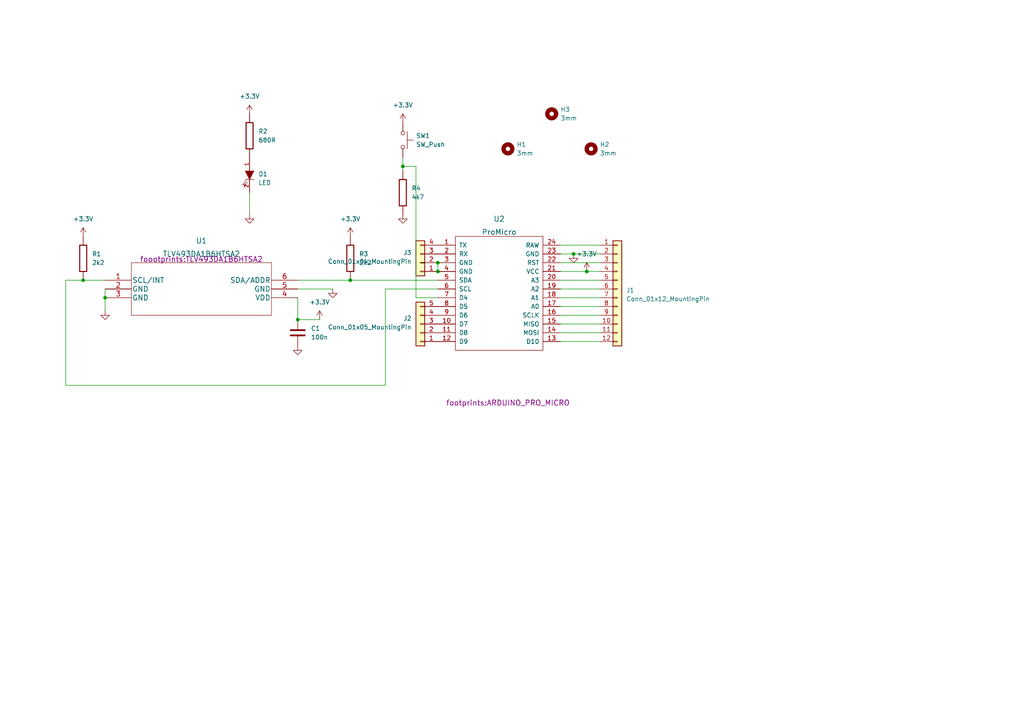
<source format=kicad_sch>
(kicad_sch (version 20211123) (generator eeschema)
  (paper "A4")
  (lib_symbols
    (symbol "2023-03-18_16-34-55:TLV493DA1B6HTSA2" (pin_names (offset 0.254))
      (property "Reference" "U" (at 27.94 10.16 0))
      (property "Value" "TLV493DA1B6HTSA2" (at 27.94 7.62 0))
      (symbol "TLV493DA1B6HTSA2_1_1"
        (polyline (pts (xy 7.62 -10.16) (xy 48.26 -10.16)) (stroke (width 0.127)))
        (polyline (pts (xy 7.62 5.08) (xy 7.62 -10.16)) (stroke (width 0.127)))
        (polyline (pts (xy 48.26 -10.16) (xy 48.26 5.08)) (stroke (width 0.127)))
        (polyline (pts (xy 48.26 5.08) (xy 7.62 5.08)) (stroke (width 0.127)))
        (pin input line (at 0 0 0) (length 7.62) (name "SCL/INT") (number "1"))
        (pin power_in line (at 0 -2.54 0) (length 7.62) (name "GND") (number "2"))
        (pin power_in line (at 0 -5.08 0) (length 7.62) (name "GND") (number "3"))
        (pin power_in line (at 55.88 -5.08 180) (length 7.62) (name "VDD") (number "4"))
        (pin power_in line (at 55.88 -2.54 180) (length 7.62) (name "GND") (number "5"))
        (pin bidirectional line (at 55.88 0 180) (length 7.62) (name "SDA/ADDR") (number "6"))
      )
    )
    (symbol "Connector_Generic:Conn_01x04" (pin_names (offset 1.016) hide)
      (property "Reference" "J" (at 0 5.08 0))
      (property "Value" "Conn_01x04" (at 0 -7.62 0))
      (symbol "Conn_01x04_1_1"
        (rectangle (start -1.27 -4.953) (end 0 -5.207) (stroke (width 0.1524)))
        (rectangle (start -1.27 -2.413) (end 0 -2.667) (stroke (width 0.1524)))
        (rectangle (start -1.27 0.127) (end 0 -0.127) (stroke (width 0.1524)))
        (rectangle (start -1.27 2.667) (end 0 2.413) (stroke (width 0.1524)))
        (rectangle (start -1.27 3.81) (end 1.27 -6.35) (stroke (width 0.254)) (fill (type background)))
        (pin passive line (at -5.08 2.54 0) (length 3.81) (name "Pin_1") (number "1"))
        (pin passive line (at -5.08 0 0) (length 3.81) (name "Pin_2") (number "2"))
        (pin passive line (at -5.08 -2.54 0) (length 3.81) (name "Pin_3") (number "3"))
        (pin passive line (at -5.08 -5.08 0) (length 3.81) (name "Pin_4") (number "4"))
      )
    )
    (symbol "Connector_Generic:Conn_01x05" (pin_names (offset 1.016) hide)
      (property "Reference" "J" (at 0 7.62 0))
      (property "Value" "Conn_01x05" (at 0 -7.62 0))
      (symbol "Conn_01x05_1_1"
        (rectangle (start -1.27 -4.953) (end 0 -5.207) (stroke (width 0.1524)))
        (rectangle (start -1.27 -2.413) (end 0 -2.667) (stroke (width 0.1524)))
        (rectangle (start -1.27 0.127) (end 0 -0.127) (stroke (width 0.1524)))
        (rectangle (start -1.27 2.667) (end 0 2.413) (stroke (width 0.1524)))
        (rectangle (start -1.27 5.207) (end 0 4.953) (stroke (width 0.1524)))
        (rectangle (start -1.27 6.35) (end 1.27 -6.35) (stroke (width 0.254)) (fill (type background)))
        (pin passive line (at -5.08 5.08 0) (length 3.81) (name "Pin_1") (number "1"))
        (pin passive line (at -5.08 2.54 0) (length 3.81) (name "Pin_2") (number "2"))
        (pin passive line (at -5.08 0 0) (length 3.81) (name "Pin_3") (number "3"))
        (pin passive line (at -5.08 -2.54 0) (length 3.81) (name "Pin_4") (number "4"))
        (pin passive line (at -5.08 -5.08 0) (length 3.81) (name "Pin_5") (number "5"))
      )
    )
    (symbol "Connector_Generic:Conn_01x12" (pin_names (offset 1.016) hide)
      (property "Reference" "J" (at 0 15.24 0))
      (property "Value" "Conn_01x12" (at 0 -17.78 0))
      (symbol "Conn_01x12_1_1"
        (rectangle (start -1.27 -15.113) (end 0 -15.367) (stroke (width 0.1524)))
        (rectangle (start -1.27 -12.573) (end 0 -12.827) (stroke (width 0.1524)))
        (rectangle (start -1.27 -10.033) (end 0 -10.287) (stroke (width 0.1524)))
        (rectangle (start -1.27 -7.493) (end 0 -7.747) (stroke (width 0.1524)))
        (rectangle (start -1.27 -4.953) (end 0 -5.207) (stroke (width 0.1524)))
        (rectangle (start -1.27 -2.413) (end 0 -2.667) (stroke (width 0.1524)))
        (rectangle (start -1.27 0.127) (end 0 -0.127) (stroke (width 0.1524)))
        (rectangle (start -1.27 2.667) (end 0 2.413) (stroke (width 0.1524)))
        (rectangle (start -1.27 5.207) (end 0 4.953) (stroke (width 0.1524)))
        (rectangle (start -1.27 7.747) (end 0 7.493) (stroke (width 0.1524)))
        (rectangle (start -1.27 10.287) (end 0 10.033) (stroke (width 0.1524)))
        (rectangle (start -1.27 12.827) (end 0 12.573) (stroke (width 0.1524)))
        (rectangle (start -1.27 13.97) (end 1.27 -16.51) (stroke (width 0.254)) (fill (type background)))
        (pin passive line (at -5.08 12.7 0) (length 3.81) (name "Pin_1") (number "1"))
        (pin passive line (at -5.08 -10.16 0) (length 3.81) (name "Pin_10") (number "10"))
        (pin passive line (at -5.08 -12.7 0) (length 3.81) (name "Pin_11") (number "11"))
        (pin passive line (at -5.08 -15.24 0) (length 3.81) (name "Pin_12") (number "12"))
        (pin passive line (at -5.08 10.16 0) (length 3.81) (name "Pin_2") (number "2"))
        (pin passive line (at -5.08 7.62 0) (length 3.81) (name "Pin_3") (number "3"))
        (pin passive line (at -5.08 5.08 0) (length 3.81) (name "Pin_4") (number "4"))
        (pin passive line (at -5.08 2.54 0) (length 3.81) (name "Pin_5") (number "5"))
        (pin passive line (at -5.08 0 0) (length 3.81) (name "Pin_6") (number "6"))
        (pin passive line (at -5.08 -2.54 0) (length 3.81) (name "Pin_7") (number "7"))
        (pin passive line (at -5.08 -5.08 0) (length 3.81) (name "Pin_8") (number "8"))
        (pin passive line (at -5.08 -7.62 0) (length 3.81) (name "Pin_9") (number "9"))
      )
    )
    (symbol "Device:C" (pin_numbers hide) (pin_names (offset 0.254))
      (property "Reference" "C" (at 0.635 2.54 0))
      (property "Value" "C" (at 0.635 -2.54 0))
      (symbol "C_0_1"
        (polyline (pts (xy -2.032 -0.762) (xy 2.032 -0.762)) (stroke (width 0.508)))
        (polyline (pts (xy -2.032 0.762) (xy 2.032 0.762)) (stroke (width 0.508)))
      )
      (symbol "C_1_1"
        (pin passive line (at 0 3.81 270) (length 2.794) (name "~") (number "1"))
        (pin passive line (at 0 -3.81 90) (length 2.794) (name "~") (number "2"))
      )
    )
    (symbol "Mechanical:MountingHole" (pin_names (offset 1.016))
      (property "Reference" "H" (at 0 5.08 0))
      (property "Value" "MountingHole" (at 0 3.175 0))
      (symbol "MountingHole_0_1"
        (circle (center 0 0) (radius 1.27) (stroke (width 1.27)))
      )
    )
    (symbol "Switch:SW_Push" (pin_numbers hide) (pin_names (offset 1.016) hide)
      (property "Reference" "SW" (at 1.27 2.54 0))
      (property "Value" "SW_Push" (at 0 -1.524 0))
      (symbol "SW_Push_0_1"
        (circle (center -2.032 0) (radius 0.508))
        (polyline (pts (xy 0 1.27) (xy 0 3.048)))
        (polyline (pts (xy 2.54 1.27) (xy -2.54 1.27)))
        (circle (center 2.032 0) (radius 0.508))
        (pin passive line (at -5.08 0 0) (length 2.54) (name "1") (number "1"))
        (pin passive line (at 5.08 0 180) (length 2.54) (name "2") (number "2"))
      )
    )
    (symbol "components:GND" (power) (pin_names (offset 0))
      (symbol "GND_0_1"
        (polyline (pts (xy 0 0) (xy 0 1.27) (xy 0 1.27)))
        (polyline (pts (xy -1.27 0) (xy 0 -1.27) (xy 1.27 0) (xy -1.27 0)))
      )
      (symbol "GND_1_1"
        (pin power_in line (at 0 1.27 270) (length 0) hide (name "GND") (number "1"))
      )
    )
    (symbol "components:LED" (pin_names (offset 1.016) hide)
      (property "Reference" "D" (at 0 2.54 0))
      (property "Value" "LED" (at 0 -2.54 0))
      (symbol "LED_0_1"
        (polyline (pts (xy 1.27 1.27) (xy 1.27 -1.27)))
        (polyline (pts (xy -1.27 1.27) (xy 1.27 0) (xy -1.27 -1.27)) (fill (type outline)))
        (polyline (pts (xy 1.651 -1.016) (xy 2.794 -2.032) (xy 2.667 -1.397)))
        (polyline (pts (xy 2.032 -0.635) (xy 3.175 -1.651) (xy 3.048 -1.016)))
      )
      (symbol "LED_1_1"
        (pin passive line (at -5.08 0 0) (length 3.81) (name "A") (number "1"))
        (pin passive line (at 5.08 0 180) (length 3.81) (name "K") (number "2"))
      )
    )
    (symbol "components:RESISTOR" (pin_numbers hide) (pin_names (offset 0))
      (property "Reference" "R" (at 0 -2.54 90))
      (property "Value" "RESISTOR" (at 0 2.54 90))
      (symbol "RESISTOR_0_1"
        (rectangle (start -1.016 3.81) (end 1.016 -3.81) (stroke (width 0.3048)))
      )
      (symbol "RESISTOR_1_1"
        (pin passive line (at 0 6.35 270) (length 2.54) (name "~") (number "1"))
        (pin passive line (at 0 -6.35 90) (length 2.54) (name "~") (number "2"))
      )
    )
    (symbol "power:+3.3V" (power) (pin_names (offset 0))
      (property "Value" "+3.3V" (at 0 3.556 0))
      (symbol "+3.3V_0_1"
        (polyline (pts (xy -0.762 1.27) (xy 0 2.54)))
        (polyline (pts (xy 0 0) (xy 0 2.54)))
        (polyline (pts (xy 0 2.54) (xy 0.762 1.27)))
      )
      (symbol "+3.3V_1_1"
        (pin power_in line (at 0 0 90) (length 0) hide (name "+3.3V") (number "1"))
      )
    )
    (symbol "promicro:ProMicro" (pin_names (offset 1.016))
      (property "Reference" "U?" (at 0 26.67 0))
      (property "Value" "ProMicro" (at 0 22.86 0))
      (property "Footprint" "footprints:ARDUINO_PRO_MICRO" (at 2.54 -26.67 0))
      (symbol "ProMicro_0_1"
        (rectangle (start -12.7 21.59) (end 12.7 -11.43))
      )
      (symbol "ProMicro_1_1"
        (pin bidirectional line (at -17.78 19.05 0) (length 5.08) (name "TX") (number "1"))
        (pin bidirectional line (at -17.78 -3.81 0) (length 5.08) (name "D7") (number "10"))
        (pin bidirectional line (at -17.78 -6.35 0) (length 5.08) (name "D8") (number "11"))
        (pin bidirectional line (at -17.78 -8.89 0) (length 5.08) (name "D9") (number "12"))
        (pin bidirectional line (at 17.78 -8.89 180) (length 5.08) (name "D10") (number "13"))
        (pin bidirectional line (at 17.78 -6.35 180) (length 5.08) (name "MOSI") (number "14"))
        (pin bidirectional line (at 17.78 -3.81 180) (length 5.08) (name "MISO") (number "15"))
        (pin bidirectional line (at 17.78 -1.27 180) (length 5.08) (name "SCLK") (number "16"))
        (pin bidirectional line (at 17.78 1.27 180) (length 5.08) (name "A0") (number "17"))
        (pin bidirectional line (at 17.78 3.81 180) (length 5.08) (name "A1") (number "18"))
        (pin bidirectional line (at 17.78 6.35 180) (length 5.08) (name "A2") (number "19"))
        (pin bidirectional line (at -17.78 16.51 0) (length 5.08) (name "RX") (number "2"))
        (pin bidirectional line (at 17.78 8.89 180) (length 5.08) (name "A3") (number "20"))
        (pin power_in line (at 17.78 11.43 180) (length 5.08) (name "VCC") (number "21"))
        (pin input line (at 17.78 13.97 180) (length 5.08) (name "RST") (number "22"))
        (pin power_in line (at 17.78 16.51 180) (length 5.08) (name "GND") (number "23"))
        (pin power_out line (at 17.78 19.05 180) (length 5.08) (name "RAW") (number "24"))
        (pin power_in line (at -17.78 13.97 0) (length 5.08) (name "GND") (number "3"))
        (pin power_in line (at -17.78 11.43 0) (length 5.08) (name "GND") (number "4"))
        (pin bidirectional line (at -17.78 8.89 0) (length 5.08) (name "SDA") (number "5"))
        (pin bidirectional line (at -17.78 6.35 0) (length 5.08) (name "SCL") (number "6"))
        (pin bidirectional line (at -17.78 3.81 0) (length 5.08) (name "D4") (number "7"))
        (pin bidirectional line (at -17.78 1.27 0) (length 5.08) (name "D5") (number "8"))
        (pin bidirectional line (at -17.78 -1.27 0) (length 5.08) (name "D6") (number "9"))
      )
    )
  )
  (junction (at 116.84 48.26))
  (junction (at 86.36 92.71))
  (junction (at 30.48 86.36))
  (junction (at 127 76.2))
  (junction (at 170.18 78.74))
  (junction (at 101.6 81.28))
  (junction (at 24.13 81.28))
  (junction (at 166.37 73.66))
  (junction (at 127 78.74))
  (wire (pts (xy 162.56 88.9) (xy 173.99 88.9)))
  (wire (pts (xy 162.56 76.2) (xy 173.99 76.2)))
  (wire (pts (xy 30.48 86.36) (xy 30.48 90.17)))
  (wire (pts (xy 120.65 86.36) (xy 127 86.36)))
  (wire (pts (xy 86.36 86.36) (xy 86.36 92.71)))
  (wire (pts (xy 86.36 81.28) (xy 101.6 81.28)))
  (wire (pts (xy 120.65 48.26) (xy 120.65 86.36)))
  (wire (pts (xy 116.84 48.26) (xy 120.65 48.26)))
  (wire (pts (xy 116.84 48.26) (xy 116.84 49.53)))
  (wire (pts (xy 162.56 86.36) (xy 173.99 86.36)))
  (wire (pts (xy 24.13 81.28) (xy 30.48 81.28)))
  (wire (pts (xy 162.56 91.44) (xy 173.99 91.44)))
  (wire (pts (xy 72.39 55.88) (xy 72.39 62.23)))
  (wire (pts (xy 127 83.82) (xy 111.76 83.82)))
  (wire (pts (xy 162.56 99.06) (xy 173.99 99.06)))
  (wire (pts (xy 162.56 83.82) (xy 173.99 83.82)))
  (wire (pts (xy 86.36 83.82) (xy 96.52 83.82)))
  (wire (pts (xy 121.92 76.2) (xy 127 76.2)))
  (wire (pts (xy 111.76 83.82) (xy 111.76 111.76)))
  (wire (pts (xy 19.05 111.76) (xy 19.05 81.28)))
  (wire (pts (xy 170.18 78.74) (xy 173.99 78.74)))
  (wire (pts (xy 127 76.2) (xy 127 78.74)))
  (wire (pts (xy 111.76 111.76) (xy 19.05 111.76)))
  (wire (pts (xy 162.56 93.98) (xy 173.99 93.98)))
  (wire (pts (xy 30.48 83.82) (xy 30.48 86.36)))
  (wire (pts (xy 116.84 45.72) (xy 116.84 48.26)))
  (wire (pts (xy 101.6 81.28) (xy 127 81.28)))
  (wire (pts (xy 162.56 71.12) (xy 173.99 71.12)))
  (wire (pts (xy 166.37 73.66) (xy 173.99 73.66)))
  (wire (pts (xy 19.05 81.28) (xy 24.13 81.28)))
  (wire (pts (xy 162.56 73.66) (xy 166.37 73.66)))
  (wire (pts (xy 86.36 92.71) (xy 92.71 92.71)))
  (wire (pts (xy 162.56 78.74) (xy 170.18 78.74)))
  (wire (pts (xy 162.56 81.28) (xy 173.99 81.28)))
  (wire (pts (xy 162.56 96.52) (xy 173.99 96.52)))
  (symbol (lib_id "Device:C") (at 86.36 96.52 0) (unit 1)
    (property "Reference" "C1" (at 90.17 95.2499 0) (effects (justify left)))
    (property "Value" "100n" (at 90.17 97.7899 0) (effects (justify left)))
    (property "Footprint" "Capacitor_SMD:C_0805_2012Metric_Pad1.18x1.45mm_HandSolder" (effects hide))
  )
  (symbol (lib_id "power:+3.3V") (at 24.13 68.58 0) (unit 1)
    (property "Reference" "#PWR01" (effects hide))
    (property "Value" "+3.3V" (at 24.13 63.5 0))
  )
  (symbol (lib_id "components:GND") (at 96.52 85.09 0) (unit 1)
    (property "Reference" "#PWR07" (effects hide))
    (property "Value" "GND" (effects hide))
  )
  (symbol (lib_id "components:LED") (at 72.39 50.8 270) (unit 1)
    (property "Reference" "D1" (at 74.93 50.4824 90) (effects (justify left)))
    (property "Value" "LED" (at 74.93 53.0224 90) (effects (justify left)))
    (property "Footprint" "GreenV5:156120GS82500" (effects hide))
  )
  (symbol (lib_id "power:+3.3V") (at 101.6 68.58 0) (unit 1)
    (property "Reference" "#PWR08" (effects hide))
    (property "Value" "+3.3V" (at 101.6 63.5 0))
  )
  (symbol (lib_id "components:GND") (at 86.36 101.6 0) (unit 1)
    (property "Reference" "#PWR05" (effects hide))
    (property "Value" "GND" (effects hide))
  )
  (symbol (lib_id "power:+3.3V") (at 92.71 92.71 0) (unit 1)
    (property "Reference" "#PWR06" (effects hide))
    (property "Value" "+3.3V" (at 92.71 87.63 0))
  )
  (symbol (lib_id "components:RESISTOR") (at 24.13 74.93 0) (unit 1)
    (property "Reference" "R1" (at 26.67 73.6599 0) (effects (justify left)))
    (property "Value" "2k2" (at 26.67 76.1999 0) (effects (justify left)))
    (property "Footprint" "Resistor_SMD:R_0805_2012Metric_Pad1.20x1.40mm_HandSolder" (effects hide))
  )
  (symbol (lib_id "components:GND") (at 72.39 63.5 0) (unit 1)
    (property "Reference" "#PWR04" (effects hide))
    (property "Value" "GND" (effects hide))
  )
  (symbol (lib_id "components:GND") (at 116.84 63.5 0) (unit 1)
    (property "Reference" "#PWR010" (effects hide))
    (property "Value" "GND" (effects hide))
  )
  (symbol (lib_id "power:+3.3V") (at 170.18 78.74 0) (unit 1)
    (property "Reference" "#PWR0101" (effects hide))
    (property "Value" "+3.3V" (at 170.18 73.66 0))
  )
  (symbol (lib_id "components:GND") (at 166.37 74.93 0) (unit 1)
    (property "Reference" "#PWR0102" (effects hide))
    (property "Value" "GND" (effects hide))
  )
  (symbol (lib_id "Mechanical:MountingHole") (at 171.45 43.18 0) (unit 1)
    (property "Reference" "H2" (at 173.99 41.9099 0) (effects (justify left)))
    (property "Value" "3mm" (at 173.99 44.4499 0) (effects (justify left)))
    (property "Footprint" "MountingHole:MountingHole_3.2mm_M3_DIN965_Pad" (effects hide))
  )
  (symbol (lib_id "Mechanical:MountingHole") (at 147.32 43.18 0) (unit 1)
    (property "Reference" "H1" (at 149.86 41.9099 0) (effects (justify left)))
    (property "Value" "3mm" (at 149.86 44.4499 0) (effects (justify left)))
    (property "Footprint" "MountingHole:MountingHole_3.2mm_M3_DIN965_Pad" (effects hide))
  )
  (symbol (lib_id "components:GND") (at 30.48 91.44 0) (unit 1)
    (property "Reference" "#PWR02" (effects hide))
    (property "Value" "GND" (effects hide))
  )
  (symbol (lib_id "Connector_Generic:Conn_01x04") (at 121.92 76.2 180) (unit 1)
    (property "Reference" "J3" (at 119.38 73.3043 0) (effects (justify left)))
    (property "Value" "Conn_01x04_MountingPin" (at 119.38 75.8443 0) (effects (justify left)))
    (property "Footprint" "Connector_PinHeader_2.54mm:PinHeader_1x04_P2.54mm_Horizontal" (effects hide))
  )
  (symbol (lib_id "promicro:ProMicro") (at 144.78 90.17 0) (unit 1)
    (property "Reference" "U2" (at 144.78 63.5 0) (effects (font (size 1.524 1.524))))
    (property "Value" "ProMicro" (at 144.78 67.31 0) (effects (font (size 1.524 1.524))))
    (property "Footprint" "footprints:ARDUINO_PRO_MICRO" (at 147.32 116.84 0) (effects (font (size 1.524 1.524))))
  )
  (symbol (lib_id "Switch:SW_Push") (at 116.84 40.64 270) (unit 1)
    (property "Reference" "SW1" (at 120.65 39.3699 90) (effects (justify left)))
    (property "Value" "SW_Push" (at 120.65 41.9099 90) (effects (justify left)))
    (property "Footprint" "Button_Switch_SMD:SW_SPST_TL3342" (effects hide))
  )
  (symbol (lib_id "Connector_Generic:Conn_01x12") (at 179.07 83.82 0) (unit 1)
    (property "Reference" "J1" (at 181.61 84.1755 0) (effects (justify left)))
    (property "Value" "Conn_01x12_MountingPin" (at 181.61 86.7155 0) (effects (justify left)))
    (property "Footprint" "Connector_PinHeader_2.54mm:PinHeader_1x12_P2.54mm_Horizontal" (effects hide))
  )
  (symbol (lib_id "components:RESISTOR") (at 72.39 39.37 0) (unit 1)
    (property "Reference" "R2" (at 74.93 38.0999 0) (effects (justify left)))
    (property "Value" "680R" (at 74.93 40.6399 0) (effects (justify left)))
    (property "Footprint" "Resistor_SMD:R_0805_2012Metric_Pad1.20x1.40mm_HandSolder" (effects hide))
  )
  (symbol (lib_id "components:RESISTOR") (at 101.6 74.93 0) (unit 1)
    (property "Reference" "R3" (at 104.14 73.6599 0) (effects (justify left)))
    (property "Value" "2k2" (at 104.14 76.1999 0) (effects (justify left)))
    (property "Footprint" "Resistor_SMD:R_0805_2012Metric_Pad1.20x1.40mm_HandSolder" (effects hide))
  )
  (symbol (lib_id "power:+3.3V") (at 116.84 35.56 0) (unit 1)
    (property "Reference" "#PWR09" (effects hide))
    (property "Value" "+3.3V" (at 116.84 30.48 0))
  )
  (symbol (lib_id "2023-03-18_16-34-55:TLV493DA1B6HTSA2") (at 30.48 81.28 0) (unit 1)
    (property "Reference" "U1" (at 58.42 69.85 0) (effects (font (size 1.524 1.524))))
    (property "Value" "TLV493DA1B6HTSA2" (at 58.42 73.66 0) (effects (font (size 1.524 1.524))))
    (property "Footprint" "foootprints:TLV493DA1B6HTSA2" (at 58.42 75.184 0) (effects (font (size 1.524 1.524))))
  )
  (symbol (lib_id "components:GND") (at 121.92 77.47 0) (unit 1)
    (property "Reference" "#PWR0103" (effects hide))
    (property "Value" "GND" (effects hide))
  )
  (symbol (lib_id "components:RESISTOR") (at 116.84 55.88 0) (unit 1)
    (property "Reference" "R4" (at 119.38 54.6099 0) (effects (justify left)))
    (property "Value" "4k7" (at 119.38 57.1499 0) (effects (justify left)))
    (property "Footprint" "Resistor_SMD:R_0805_2012Metric_Pad1.20x1.40mm_HandSolder" (effects hide))
  )
  (symbol (lib_id "Connector_Generic:Conn_01x05") (at 121.92 93.98 180) (unit 1)
    (property "Reference" "J2" (at 119.38 92.3543 0) (effects (justify left)))
    (property "Value" "Conn_01x05_MountingPin" (at 119.38 94.8943 0) (effects (justify left)))
    (property "Footprint" "Connector_PinHeader_2.54mm:PinHeader_1x05_P2.54mm_Horizontal" (effects hide))
  )
  (symbol (lib_id "power:+3.3V") (at 72.39 33.02 0) (unit 1)
    (property "Reference" "#PWR03" (effects hide))
    (property "Value" "+3.3V" (at 72.39 27.94 0))
  )
  (symbol (lib_id "Mechanical:MountingHole") (at 160.02 33.02 0) (unit 1)
    (property "Reference" "H3" (at 162.56 31.7499 0) (effects (justify left)))
    (property "Value" "3mm" (at 162.56 34.2899 0) (effects (justify left)))
    (property "Footprint" "MountingHole:MountingHole_3.2mm_M3_DIN965_Pad" (effects hide))
  )
)
</source>
